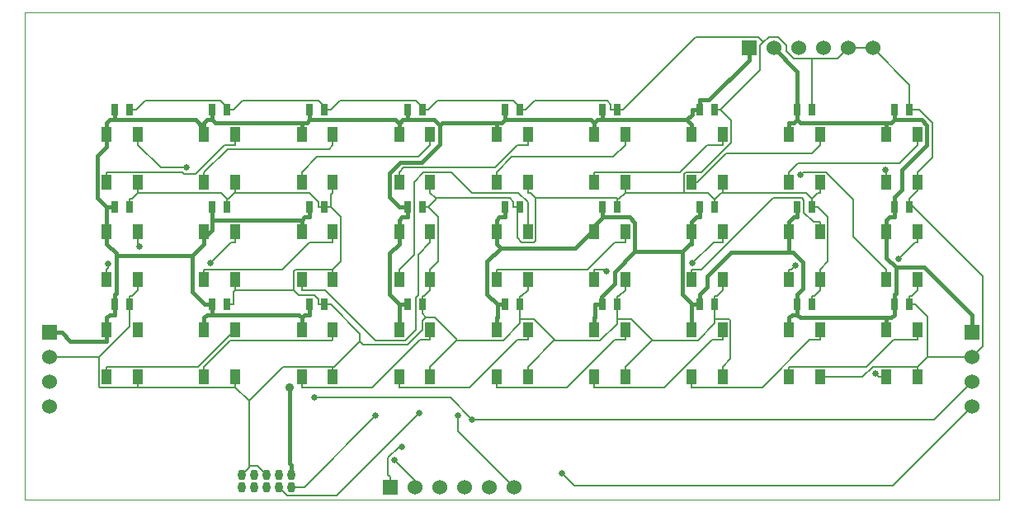
<source format=gbl>
G04 (created by PCBNEW (2013-07-07 BZR 4022)-stable) date 02/01/2016 16:19:00*
%MOIN*%
G04 Gerber Fmt 3.4, Leading zero omitted, Abs format*
%FSLAX34Y34*%
G01*
G70*
G90*
G04 APERTURE LIST*
%ADD10C,0.00590551*%
%ADD11C,0.00393701*%
%ADD12O,0.0315X0.0433*%
%ADD13R,0.06X0.06*%
%ADD14C,0.06*%
%ADD15R,0.025X0.045*%
%ADD16R,0.0393701X0.0590551*%
%ADD17C,0.025*%
%ADD18C,0.035*%
%ADD19C,0.008*%
%ADD20C,0.016*%
G04 APERTURE END LIST*
G54D10*
G54D11*
X39370Y0D02*
X0Y0D01*
X39370Y19685D02*
X39370Y0D01*
X0Y19685D02*
X39370Y19685D01*
X0Y0D02*
X0Y19685D01*
G54D12*
X10750Y1000D03*
X10750Y500D03*
X10250Y1000D03*
X10250Y500D03*
X9750Y1000D03*
X9750Y500D03*
X9250Y1000D03*
X9250Y500D03*
X8750Y1000D03*
X8750Y500D03*
G54D13*
X1000Y6750D03*
G54D14*
X1000Y5750D03*
X1000Y4750D03*
X1000Y3750D03*
G54D13*
X38250Y6750D03*
G54D14*
X38250Y5750D03*
X38250Y4750D03*
X38250Y3750D03*
G54D15*
X19385Y11811D03*
X19985Y11811D03*
X3637Y7874D03*
X4237Y7874D03*
X7574Y7874D03*
X8174Y7874D03*
X11511Y7874D03*
X12111Y7874D03*
X15448Y7874D03*
X16048Y7874D03*
X19385Y7874D03*
X19985Y7874D03*
X23322Y7874D03*
X23922Y7874D03*
X27259Y7874D03*
X27859Y7874D03*
X31196Y7874D03*
X31796Y7874D03*
X35133Y7874D03*
X35733Y7874D03*
X3637Y11811D03*
X4237Y11811D03*
X7574Y11811D03*
X8174Y11811D03*
X11511Y11811D03*
X12111Y11811D03*
X15448Y11811D03*
X16048Y11811D03*
X23322Y11811D03*
X23922Y11811D03*
X27259Y11811D03*
X27859Y11811D03*
X31196Y11811D03*
X31796Y11811D03*
X35133Y11811D03*
X35733Y11811D03*
X3637Y15748D03*
X4237Y15748D03*
X7574Y15748D03*
X8174Y15748D03*
X11511Y15748D03*
X12111Y15748D03*
X15448Y15748D03*
X16048Y15748D03*
X19385Y15748D03*
X19985Y15748D03*
X23322Y15748D03*
X23922Y15748D03*
X27259Y15748D03*
X27859Y15748D03*
X31196Y15748D03*
X31796Y15748D03*
X35133Y15748D03*
X35733Y15748D03*
G54D16*
X3307Y14744D03*
X3307Y12814D03*
X4566Y14744D03*
X4566Y12814D03*
X15118Y6870D03*
X15118Y4940D03*
X16377Y6870D03*
X16377Y4940D03*
X11181Y6870D03*
X11181Y4940D03*
X12440Y6870D03*
X12440Y4940D03*
X7244Y6870D03*
X7244Y4940D03*
X8503Y6870D03*
X8503Y4940D03*
X3307Y6870D03*
X3307Y4940D03*
X4566Y6870D03*
X4566Y4940D03*
X30866Y6870D03*
X30866Y4940D03*
X32125Y6870D03*
X32125Y4940D03*
X34803Y10807D03*
X34803Y8877D03*
X36062Y10807D03*
X36062Y8877D03*
X30866Y10807D03*
X30866Y8877D03*
X32125Y10807D03*
X32125Y8877D03*
X26929Y6870D03*
X26929Y4940D03*
X28188Y6870D03*
X28188Y4940D03*
X22992Y6870D03*
X22992Y4940D03*
X24251Y6870D03*
X24251Y4940D03*
X19055Y6870D03*
X19055Y4940D03*
X20314Y6870D03*
X20314Y4940D03*
X7244Y14744D03*
X7244Y12814D03*
X8503Y14744D03*
X8503Y12814D03*
X34803Y14744D03*
X34803Y12814D03*
X36062Y14744D03*
X36062Y12814D03*
X30866Y14744D03*
X30866Y12814D03*
X32125Y14744D03*
X32125Y12814D03*
X26929Y14744D03*
X26929Y12814D03*
X28188Y14744D03*
X28188Y12814D03*
X22992Y14744D03*
X22992Y12814D03*
X24251Y14744D03*
X24251Y12814D03*
X19055Y14744D03*
X19055Y12814D03*
X20314Y14744D03*
X20314Y12814D03*
X15118Y14744D03*
X15118Y12814D03*
X16377Y14744D03*
X16377Y12814D03*
X11181Y14744D03*
X11181Y12814D03*
X12440Y14744D03*
X12440Y12814D03*
X26929Y10807D03*
X26929Y8877D03*
X28188Y10807D03*
X28188Y8877D03*
X22992Y10807D03*
X22992Y8877D03*
X24251Y10807D03*
X24251Y8877D03*
X19055Y10807D03*
X19055Y8877D03*
X20314Y10807D03*
X20314Y8877D03*
X15118Y10807D03*
X15118Y8877D03*
X16377Y10807D03*
X16377Y8877D03*
X11181Y10807D03*
X11181Y8877D03*
X12440Y10807D03*
X12440Y8877D03*
X7244Y10807D03*
X7244Y8877D03*
X8503Y10807D03*
X8503Y8877D03*
X3307Y10807D03*
X3307Y8877D03*
X4566Y10807D03*
X4566Y8877D03*
X34803Y6870D03*
X34803Y4940D03*
X36062Y6870D03*
X36062Y4940D03*
G54D13*
X29250Y18250D03*
G54D14*
X30250Y18250D03*
X31250Y18250D03*
X32250Y18250D03*
X33250Y18250D03*
X34250Y18250D03*
G54D13*
X14750Y500D03*
G54D14*
X15750Y500D03*
X16750Y500D03*
X17750Y500D03*
X18750Y500D03*
X19750Y500D03*
G54D17*
X17488Y3387D03*
X14919Y1573D03*
X15234Y2125D03*
X21700Y1050D03*
X18078Y3234D03*
X11705Y4128D03*
X15932Y3500D03*
X14169Y3374D03*
X34768Y13323D03*
X34356Y5092D03*
X4630Y10219D03*
X3357Y9507D03*
X7487Y9541D03*
X23509Y9224D03*
X26971Y9545D03*
X31331Y13127D03*
X6531Y13409D03*
X31130Y9445D03*
X35301Y9719D03*
G54D18*
X10698Y4522D03*
G54D19*
X17488Y2761D02*
X17488Y3387D01*
X19750Y500D02*
X17488Y2761D01*
X15750Y743D02*
X14919Y1573D01*
X15750Y500D02*
X15750Y743D01*
X14750Y500D02*
X14750Y920D01*
X15124Y2125D02*
X15234Y2125D01*
X14674Y1675D02*
X15124Y2125D01*
X14674Y995D02*
X14674Y1675D01*
X14750Y920D02*
X14674Y995D01*
X21700Y1050D02*
X22200Y550D01*
X35050Y550D02*
X38250Y3750D01*
X22200Y550D02*
X35050Y550D01*
X36734Y3234D02*
X38250Y4750D01*
X18078Y3234D02*
X36734Y3234D01*
X17184Y4128D02*
X11705Y4128D01*
X18078Y3234D02*
X17184Y4128D01*
X10593Y156D02*
X10250Y500D01*
X12589Y156D02*
X10593Y156D01*
X15932Y3500D02*
X12589Y156D01*
X11295Y500D02*
X14169Y3374D01*
X10750Y500D02*
X11295Y500D01*
X4323Y8219D02*
X4237Y8219D01*
X4566Y8462D02*
X4323Y8219D01*
X4566Y8877D02*
X4566Y8462D01*
X4237Y7874D02*
X4237Y8219D01*
X24008Y8219D02*
X23922Y8219D01*
X24251Y8462D02*
X24008Y8219D01*
X27945Y8219D02*
X27859Y8219D01*
X28188Y8462D02*
X27945Y8219D01*
X28188Y8877D02*
X28188Y8462D01*
X27859Y7874D02*
X27859Y8219D01*
X24251Y12814D02*
X24251Y12399D01*
X31882Y8219D02*
X31796Y8219D01*
X32125Y8462D02*
X31882Y8219D01*
X31796Y7874D02*
X31796Y8219D01*
X35819Y8219D02*
X35733Y8219D01*
X36062Y8462D02*
X35819Y8219D01*
X36062Y8877D02*
X36062Y8462D01*
X20595Y16113D02*
X20230Y15748D01*
X23526Y16113D02*
X20595Y16113D01*
X23676Y15962D02*
X23526Y16113D01*
X23676Y15748D02*
X23676Y15962D01*
X23922Y15748D02*
X23676Y15748D01*
X19985Y15748D02*
X20107Y15748D01*
X20107Y15748D02*
X20230Y15748D01*
X16658Y16113D02*
X16293Y15748D01*
X19742Y16113D02*
X16658Y16113D01*
X20107Y15748D02*
X19742Y16113D01*
X16048Y15748D02*
X16170Y15748D01*
X16170Y15748D02*
X16293Y15748D01*
X12721Y16113D02*
X12356Y15748D01*
X15805Y16113D02*
X12721Y16113D01*
X16170Y15748D02*
X15805Y16113D01*
X36062Y12814D02*
X36062Y12607D01*
X36062Y12486D02*
X35733Y12156D01*
X36062Y12607D02*
X36062Y12486D01*
X27859Y11811D02*
X27859Y12126D01*
X23922Y11811D02*
X23922Y12126D01*
X35733Y7874D02*
X35733Y8219D01*
X20071Y8219D02*
X20314Y8462D01*
X19985Y8219D02*
X20071Y8219D01*
X20314Y8877D02*
X20314Y8462D01*
X35733Y11811D02*
X35733Y11983D01*
X35733Y11983D02*
X35733Y12156D01*
X19985Y7874D02*
X19985Y8046D01*
X19985Y8046D02*
X19985Y8219D01*
X24251Y8877D02*
X24251Y8462D01*
X23922Y8046D02*
X23922Y8219D01*
X23922Y8046D02*
X23922Y7874D01*
X32125Y8670D02*
X32125Y8462D01*
X12440Y8877D02*
X12440Y9293D01*
X16377Y12814D02*
X16377Y12399D01*
X16048Y11811D02*
X16293Y11811D01*
X36062Y4940D02*
X36062Y5356D01*
X33834Y4940D02*
X32125Y4940D01*
X34249Y5356D02*
X33834Y4940D01*
X36062Y5356D02*
X34249Y5356D01*
X16134Y8219D02*
X16048Y8219D01*
X16377Y8462D02*
X16134Y8219D01*
X16377Y8877D02*
X16377Y8462D01*
X16048Y7874D02*
X16048Y8219D01*
X16048Y7874D02*
X16048Y7528D01*
X16377Y8877D02*
X16377Y9293D01*
X16694Y9610D02*
X16377Y9293D01*
X16694Y11409D02*
X16694Y9610D01*
X16293Y11811D02*
X16694Y11409D01*
X36062Y12814D02*
X36062Y13230D01*
X35733Y16766D02*
X34250Y18250D01*
X35733Y15748D02*
X35733Y16766D01*
X36660Y13828D02*
X36062Y13230D01*
X36660Y15229D02*
X36660Y13828D01*
X36141Y15748D02*
X36660Y15229D01*
X35733Y15748D02*
X36141Y15748D01*
X8503Y12814D02*
X8503Y12439D01*
X12111Y11811D02*
X11865Y11811D01*
X16377Y4940D02*
X16377Y5356D01*
X17437Y6415D02*
X16377Y5356D01*
X17437Y6434D02*
X17437Y6415D01*
X24251Y4940D02*
X24251Y5356D01*
X26612Y12399D02*
X24251Y12399D01*
X27859Y15748D02*
X28104Y15748D01*
X28528Y15323D02*
X28104Y15748D01*
X28528Y14414D02*
X28528Y15323D01*
X27344Y13230D02*
X28528Y14414D01*
X26682Y13230D02*
X27344Y13230D01*
X26612Y13159D02*
X26682Y13230D01*
X26612Y12399D02*
X26612Y13159D01*
X23922Y15748D02*
X24167Y15748D01*
X27109Y18690D02*
X24167Y15748D01*
X29617Y18690D02*
X27109Y18690D01*
X29830Y18477D02*
X29617Y18690D01*
X29693Y17337D02*
X28104Y15748D01*
X29693Y18340D02*
X29693Y17337D01*
X29830Y18477D02*
X29693Y18340D01*
X32125Y8670D02*
X32125Y8877D01*
X32442Y11409D02*
X32041Y11811D01*
X32442Y9610D02*
X32442Y11409D01*
X32125Y9293D02*
X32442Y9610D01*
X32125Y8877D02*
X32125Y9293D01*
X31796Y11811D02*
X32041Y11811D01*
X8174Y7874D02*
X8419Y7874D01*
X12440Y4940D02*
X12440Y5356D01*
X13539Y6690D02*
X13539Y6388D01*
X12356Y7874D02*
X13539Y6690D01*
X12507Y5356D02*
X12440Y5356D01*
X13539Y6388D02*
X12507Y5356D01*
X8503Y4940D02*
X8503Y4525D01*
X9407Y1342D02*
X9750Y1000D01*
X9049Y1342D02*
X9407Y1342D01*
X9049Y1299D02*
X9049Y1342D01*
X8750Y1000D02*
X9049Y1299D01*
X10426Y5356D02*
X12440Y5356D01*
X9049Y3979D02*
X10426Y5356D01*
X9049Y1342D02*
X9049Y3979D01*
X23922Y7874D02*
X23922Y7286D01*
X19985Y7106D02*
X19985Y7287D01*
X19312Y6434D02*
X19985Y7106D01*
X17437Y6434D02*
X19312Y6434D01*
X19985Y7287D02*
X19985Y7874D01*
X20314Y4940D02*
X20314Y5356D01*
X21405Y6446D02*
X20314Y5356D01*
X20564Y7287D02*
X21405Y6446D01*
X19985Y7287D02*
X20564Y7287D01*
X23922Y7101D02*
X23922Y7286D01*
X23228Y6408D02*
X23922Y7101D01*
X21443Y6408D02*
X23228Y6408D01*
X21405Y6446D02*
X21443Y6408D01*
X25330Y6466D02*
X25330Y6434D01*
X24509Y7286D02*
X25330Y6466D01*
X23922Y7286D02*
X24509Y7286D01*
X25330Y6434D02*
X24251Y5356D01*
X28188Y4940D02*
X28188Y5356D01*
X28505Y5673D02*
X28188Y5356D01*
X28505Y7227D02*
X28505Y5673D01*
X28446Y7287D02*
X28505Y7227D01*
X27859Y7287D02*
X28446Y7287D01*
X27859Y7109D02*
X27859Y7287D01*
X27184Y6434D02*
X27859Y7109D01*
X25330Y6434D02*
X27184Y6434D01*
X27859Y7287D02*
X27859Y7874D01*
X34250Y18250D02*
X33250Y18250D01*
X31796Y15748D02*
X31796Y17829D01*
X32829Y17829D02*
X31796Y17829D01*
X33250Y18250D02*
X32829Y17829D01*
X30050Y18697D02*
X29830Y18477D01*
X30434Y18697D02*
X30050Y18697D01*
X30764Y18367D02*
X30434Y18697D01*
X30764Y18119D02*
X30764Y18367D01*
X31053Y17829D02*
X30764Y18119D01*
X31796Y17829D02*
X31053Y17829D01*
X38692Y6192D02*
X38250Y5750D01*
X38692Y9024D02*
X38692Y6192D01*
X35733Y11983D02*
X38692Y9024D01*
X35733Y7874D02*
X35978Y7874D01*
X36456Y7395D02*
X35978Y7874D01*
X36456Y5750D02*
X36456Y7395D01*
X38250Y5750D02*
X36456Y5750D01*
X36456Y5750D02*
X36062Y5356D01*
X12111Y11811D02*
X12356Y11811D01*
X12757Y11409D02*
X12356Y11811D01*
X12757Y9610D02*
X12757Y11409D01*
X12440Y9293D02*
X12757Y9610D01*
X12356Y12314D02*
X12356Y11811D01*
X12440Y12399D02*
X12356Y12314D01*
X12440Y12814D02*
X12440Y12399D01*
X4566Y4940D02*
X4566Y4525D01*
X9049Y3979D02*
X8503Y4525D01*
X8503Y4525D02*
X4566Y4525D01*
X3035Y4525D02*
X4566Y4525D01*
X2990Y4570D02*
X3035Y4525D01*
X2990Y5750D02*
X2990Y4570D01*
X1000Y5750D02*
X2990Y5750D01*
X4237Y6996D02*
X4237Y7874D01*
X2990Y5750D02*
X4237Y6996D01*
X23922Y12126D02*
X23922Y12156D01*
X24008Y12156D02*
X24251Y12399D01*
X23922Y12156D02*
X24008Y12156D01*
X16604Y12121D02*
X16604Y12173D01*
X16293Y11811D02*
X16604Y12121D01*
X16604Y12173D02*
X16377Y12399D01*
X19739Y12025D02*
X19739Y11811D01*
X19589Y12176D02*
X19739Y12025D01*
X16606Y12176D02*
X19589Y12176D01*
X16604Y12173D02*
X16606Y12176D01*
X20314Y12814D02*
X20314Y12399D01*
X19985Y11811D02*
X19884Y11811D01*
X19884Y11811D02*
X19739Y11811D01*
X23891Y12186D02*
X20635Y12186D01*
X23922Y12156D02*
X23891Y12186D01*
X20422Y12399D02*
X20635Y12186D01*
X20314Y12399D02*
X20422Y12399D01*
X19884Y10575D02*
X19884Y11811D01*
X20067Y10391D02*
X19884Y10575D01*
X20576Y10391D02*
X20067Y10391D01*
X20635Y10450D02*
X20576Y10391D01*
X20635Y12186D02*
X20635Y10450D01*
X12111Y7874D02*
X12356Y7874D01*
X8503Y8877D02*
X8503Y8502D01*
X12111Y7874D02*
X11865Y7874D01*
X8419Y8377D02*
X8503Y8462D01*
X8419Y7874D02*
X8419Y8377D01*
X8503Y8502D02*
X8503Y8462D01*
X13671Y6257D02*
X13539Y6388D01*
X15454Y6257D02*
X13671Y6257D01*
X16059Y6861D02*
X15454Y6257D01*
X16059Y7217D02*
X16059Y6861D01*
X16209Y7367D02*
X16059Y7217D01*
X16551Y7367D02*
X16209Y7367D01*
X17437Y6481D02*
X16551Y7367D01*
X17437Y6434D02*
X17437Y6481D01*
X16209Y7367D02*
X16048Y7528D01*
X8503Y8462D02*
X10856Y8462D01*
X11073Y8245D02*
X10856Y8462D01*
X11708Y8245D02*
X11073Y8245D01*
X11865Y8088D02*
X11708Y8245D01*
X11865Y7874D02*
X11865Y8088D01*
X10919Y9293D02*
X12440Y9293D01*
X10856Y9230D02*
X10919Y9293D01*
X10856Y8462D02*
X10856Y9230D01*
X8174Y11811D02*
X8174Y12156D01*
X8503Y12439D02*
X8503Y12434D01*
X11865Y12025D02*
X11865Y11811D01*
X11491Y12399D02*
X11865Y12025D01*
X8539Y12399D02*
X11491Y12399D01*
X8503Y12434D02*
X8539Y12399D01*
X4323Y12156D02*
X4237Y12156D01*
X4566Y12399D02*
X4323Y12156D01*
X4566Y12814D02*
X4566Y12399D01*
X4237Y11811D02*
X4237Y12156D01*
X8225Y12156D02*
X8174Y12156D01*
X8503Y12434D02*
X8225Y12156D01*
X7930Y12399D02*
X4566Y12399D01*
X8174Y12156D02*
X7930Y12399D01*
X12111Y15748D02*
X12233Y15748D01*
X12233Y15748D02*
X12356Y15748D01*
X8784Y16113D02*
X8419Y15748D01*
X11868Y16113D02*
X8784Y16113D01*
X12233Y15748D02*
X11868Y16113D01*
X8174Y15748D02*
X8296Y15748D01*
X8296Y15748D02*
X8419Y15748D01*
X4868Y16134D02*
X4482Y15748D01*
X7910Y16134D02*
X4868Y16134D01*
X8296Y15748D02*
X7910Y16134D01*
X4237Y15748D02*
X4482Y15748D01*
X31796Y11811D02*
X31796Y12156D01*
X32125Y12814D02*
X32125Y12399D01*
X28188Y12814D02*
X28188Y12399D01*
X27859Y12126D02*
X27859Y12127D01*
X27587Y12399D02*
X26612Y12399D01*
X27859Y12127D02*
X27587Y12399D01*
X28130Y12399D02*
X28188Y12399D01*
X27859Y12127D02*
X28130Y12399D01*
X32039Y12399D02*
X31796Y12156D01*
X32125Y12399D02*
X32039Y12399D01*
X31552Y12399D02*
X31796Y12156D01*
X28188Y12399D02*
X31552Y12399D01*
X34803Y12814D02*
X34803Y13230D01*
X34768Y13265D02*
X34768Y13323D01*
X34803Y13230D02*
X34768Y13265D01*
X36062Y6870D02*
X36062Y6454D01*
X30866Y4940D02*
X30866Y5356D01*
X34009Y5356D02*
X30866Y5356D01*
X35107Y6454D02*
X34009Y5356D01*
X36062Y6454D02*
X35107Y6454D01*
X31710Y6454D02*
X32125Y6454D01*
X29781Y4525D02*
X31710Y6454D01*
X26929Y4525D02*
X29781Y4525D01*
X26929Y4940D02*
X26929Y4525D01*
X32125Y6870D02*
X32125Y6454D01*
X34507Y4940D02*
X34356Y5092D01*
X34803Y4940D02*
X34507Y4940D01*
X4566Y10283D02*
X4566Y10807D01*
X4630Y10219D02*
X4566Y10283D01*
X7244Y8877D02*
X7244Y9293D01*
X12440Y10807D02*
X12440Y10391D01*
X10387Y9293D02*
X7244Y9293D01*
X11485Y10391D02*
X10387Y9293D01*
X12440Y10391D02*
X11485Y10391D01*
X3357Y9343D02*
X3357Y9507D01*
X3307Y9293D02*
X3357Y9343D01*
X8503Y10807D02*
X8503Y10391D01*
X3307Y8877D02*
X3307Y9293D01*
X8336Y10391D02*
X7487Y9541D01*
X8503Y10391D02*
X8336Y10391D01*
X16377Y10807D02*
X16377Y10391D01*
X11181Y8877D02*
X11181Y8462D01*
X12114Y8462D02*
X11181Y8462D01*
X14153Y6423D02*
X12114Y8462D01*
X15365Y6423D02*
X14153Y6423D01*
X15784Y6842D02*
X15365Y6423D01*
X15784Y8140D02*
X15784Y6842D01*
X15887Y8244D02*
X15784Y8140D01*
X15887Y9901D02*
X15887Y8244D01*
X16377Y10391D02*
X15887Y9901D01*
X6990Y5356D02*
X8503Y6870D01*
X3307Y5356D02*
X6990Y5356D01*
X3307Y4940D02*
X3307Y5356D01*
X11181Y4940D02*
X11181Y4525D01*
X16377Y6870D02*
X16377Y6454D01*
X15962Y6454D02*
X16377Y6454D01*
X14033Y4525D02*
X15962Y6454D01*
X11181Y4525D02*
X14033Y4525D01*
X12409Y6423D02*
X12440Y6454D01*
X8311Y6423D02*
X12409Y6423D01*
X7244Y5356D02*
X8311Y6423D01*
X7244Y4940D02*
X7244Y5356D01*
X12440Y6870D02*
X12440Y6454D01*
X27773Y6454D02*
X28188Y6454D01*
X25844Y4525D02*
X27773Y6454D01*
X22992Y4525D02*
X25844Y4525D01*
X22992Y4940D02*
X22992Y4525D01*
X28188Y6870D02*
X28188Y6454D01*
X23836Y6454D02*
X24251Y6454D01*
X21907Y4525D02*
X23836Y6454D01*
X19055Y4525D02*
X21907Y4525D01*
X19055Y4940D02*
X19055Y4525D01*
X24251Y6870D02*
X24251Y6454D01*
X17970Y4525D02*
X15118Y4525D01*
X19899Y6454D02*
X17970Y4525D01*
X20314Y6454D02*
X19899Y6454D01*
X20314Y6870D02*
X20314Y6454D01*
X15118Y4940D02*
X15118Y4525D01*
X15898Y13849D02*
X16377Y14328D01*
X11800Y13849D02*
X15898Y13849D01*
X11181Y13230D02*
X11800Y13849D01*
X16377Y14744D02*
X16377Y14328D01*
X11181Y12814D02*
X11181Y13230D01*
X15297Y13409D02*
X15118Y13230D01*
X18980Y13409D02*
X15297Y13409D01*
X19899Y14328D02*
X18980Y13409D01*
X20314Y14328D02*
X19899Y14328D01*
X20314Y14744D02*
X20314Y14328D01*
X15118Y12814D02*
X15118Y13230D01*
X22992Y12814D02*
X22992Y13230D01*
X28188Y14744D02*
X28188Y14328D01*
X26456Y13230D02*
X22992Y13230D01*
X27554Y14328D02*
X26456Y13230D01*
X28188Y14328D02*
X27554Y14328D01*
X23772Y13849D02*
X24251Y14328D01*
X19674Y13849D02*
X23772Y13849D01*
X19055Y13230D02*
X19674Y13849D01*
X24251Y14744D02*
X24251Y14328D01*
X19055Y12814D02*
X19055Y13230D01*
X8182Y14168D02*
X7244Y13230D01*
X12280Y14168D02*
X8182Y14168D01*
X12440Y14328D02*
X12280Y14168D01*
X12440Y14744D02*
X12440Y14328D01*
X7244Y12814D02*
X7244Y13230D01*
X32125Y14744D02*
X32125Y14328D01*
X31791Y13994D02*
X32125Y14328D01*
X28335Y13994D02*
X31791Y13994D01*
X27155Y12814D02*
X28335Y13994D01*
X26929Y12814D02*
X27155Y12814D01*
X30866Y12814D02*
X30866Y13230D01*
X36062Y14744D02*
X36062Y14328D01*
X31217Y13582D02*
X30866Y13230D01*
X35316Y13582D02*
X31217Y13582D01*
X36062Y14328D02*
X35316Y13582D01*
X31848Y11222D02*
X32125Y11222D01*
X31478Y11592D02*
X31848Y11222D01*
X31478Y12079D02*
X31478Y11592D01*
X31381Y12176D02*
X31478Y12079D01*
X30227Y12176D02*
X31381Y12176D01*
X27344Y9293D02*
X30227Y12176D01*
X26929Y9293D02*
X27344Y9293D01*
X26929Y8877D02*
X26929Y9293D01*
X32125Y10807D02*
X32125Y11222D01*
X20314Y12004D02*
X20314Y10807D01*
X19919Y12399D02*
X20314Y12004D01*
X18057Y12399D02*
X19919Y12399D01*
X17226Y13230D02*
X18057Y12399D01*
X16107Y13230D02*
X17226Y13230D01*
X15713Y12835D02*
X16107Y13230D01*
X15713Y9888D02*
X15713Y12835D01*
X15118Y9293D02*
X15713Y9888D01*
X15118Y8877D02*
X15118Y9293D01*
X23440Y9293D02*
X23509Y9224D01*
X22992Y9293D02*
X23440Y9293D01*
X28188Y10807D02*
X28188Y10391D01*
X22992Y8877D02*
X22992Y9293D01*
X27817Y10391D02*
X26971Y9545D01*
X28188Y10391D02*
X27817Y10391D01*
X23836Y10391D02*
X24251Y10391D01*
X22738Y9293D02*
X23836Y10391D01*
X19055Y9293D02*
X22738Y9293D01*
X19055Y8877D02*
X19055Y9293D01*
X24251Y10807D02*
X24251Y10391D01*
X31434Y13230D02*
X31331Y13127D01*
X32373Y13230D02*
X31434Y13230D01*
X33477Y12126D02*
X32373Y13230D01*
X33477Y10618D02*
X33477Y12126D01*
X34803Y9293D02*
X33477Y10618D01*
X5486Y13409D02*
X4566Y14328D01*
X6531Y13409D02*
X5486Y13409D01*
X4566Y14744D02*
X4566Y14328D01*
X34803Y8877D02*
X34803Y9293D01*
X8503Y14744D02*
X8503Y14328D01*
X3307Y12814D02*
X3307Y13230D01*
X8053Y14328D02*
X8503Y14328D01*
X6888Y13164D02*
X8053Y14328D01*
X6429Y13164D02*
X6888Y13164D01*
X6363Y13230D02*
X6429Y13164D01*
X3307Y13230D02*
X6363Y13230D01*
X30978Y9293D02*
X31130Y9445D01*
X30866Y9293D02*
X30978Y9293D01*
X36062Y10807D02*
X36062Y10391D01*
X30866Y8877D02*
X30866Y9293D01*
X35973Y10391D02*
X35301Y9719D01*
X36062Y10391D02*
X35973Y10391D01*
G54D20*
X35133Y7874D02*
X35133Y7468D01*
X7574Y11811D02*
X7574Y11405D01*
X15448Y11811D02*
X15448Y11405D01*
X19178Y11405D02*
X19385Y11405D01*
X19055Y11282D02*
X19178Y11405D01*
X19055Y10807D02*
X19055Y11282D01*
X19385Y11811D02*
X19385Y11405D01*
X27259Y11811D02*
X27259Y11405D01*
X11511Y15748D02*
X11511Y15342D01*
X23322Y15748D02*
X23322Y15342D01*
X7367Y15342D02*
X7574Y15342D01*
X7244Y15219D02*
X7367Y15342D01*
X7574Y15748D02*
X7574Y15342D01*
X31196Y11811D02*
X31196Y11405D01*
X35133Y7874D02*
X35133Y8279D01*
X30989Y7468D02*
X31196Y7468D01*
X30866Y7345D02*
X30989Y7468D01*
X30866Y6870D02*
X30866Y7345D01*
X31196Y7874D02*
X31196Y7468D01*
X3637Y15748D02*
X3637Y15342D01*
X27633Y16153D02*
X27259Y16153D01*
X29250Y17769D02*
X27633Y16153D01*
X29250Y18250D02*
X29250Y17769D01*
X27259Y15748D02*
X27259Y16153D01*
X26929Y14744D02*
X26929Y15154D01*
X22992Y14744D02*
X22992Y15154D01*
X15118Y14744D02*
X15118Y15154D01*
X11181Y14744D02*
X11181Y15154D01*
X11387Y15219D02*
X11511Y15342D01*
X11181Y15219D02*
X11387Y15219D01*
X11181Y15154D02*
X11181Y15219D01*
X7697Y15219D02*
X7574Y15342D01*
X11181Y15219D02*
X7697Y15219D01*
X7244Y14744D02*
X7244Y14981D01*
X7244Y14981D02*
X7244Y15219D01*
X34926Y11405D02*
X34803Y11282D01*
X35133Y11405D02*
X34926Y11405D01*
X34803Y10807D02*
X34803Y11282D01*
X35133Y11811D02*
X35133Y11405D01*
X31054Y11405D02*
X31196Y11405D01*
X30866Y11217D02*
X31054Y11405D01*
X27117Y11405D02*
X27259Y11405D01*
X26929Y11217D02*
X27117Y11405D01*
X30866Y10979D02*
X30866Y11217D01*
X30866Y10979D02*
X30866Y10807D01*
X30866Y10807D02*
X30866Y10331D01*
X31196Y7874D02*
X31196Y8279D01*
X34803Y6870D02*
X34803Y7280D01*
X35009Y7345D02*
X35133Y7468D01*
X34803Y7345D02*
X35009Y7345D01*
X34803Y7280D02*
X34803Y7345D01*
X31319Y7345D02*
X31196Y7468D01*
X34803Y7345D02*
X31319Y7345D01*
X15118Y11044D02*
X15118Y11282D01*
X36326Y9378D02*
X35190Y9378D01*
X38250Y7454D02*
X36326Y9378D01*
X38250Y6750D02*
X38250Y7454D01*
X35190Y8336D02*
X35133Y8279D01*
X35190Y9378D02*
X35190Y8336D01*
X34803Y10807D02*
X34803Y10331D01*
X3637Y11811D02*
X3484Y11811D01*
X3307Y14744D02*
X3307Y14268D01*
X3307Y14744D02*
X3307Y15219D01*
X3637Y15342D02*
X3637Y15342D01*
X6883Y15342D02*
X3637Y15342D01*
X7244Y14981D02*
X6883Y15342D01*
X3430Y15342D02*
X3307Y15219D01*
X3637Y15342D02*
X3430Y15342D01*
X15241Y11405D02*
X15448Y11405D01*
X15118Y11282D02*
X15241Y11405D01*
X23016Y7370D02*
X23016Y7874D01*
X22992Y7345D02*
X23016Y7370D01*
X22992Y6870D02*
X22992Y7345D01*
X26929Y11012D02*
X26929Y11217D01*
X27259Y7874D02*
X26953Y7874D01*
X35133Y15748D02*
X35133Y15342D01*
X3307Y11811D02*
X3484Y11811D01*
X2930Y12187D02*
X3307Y11811D01*
X2930Y13891D02*
X2930Y12187D01*
X3307Y14268D02*
X2930Y13891D01*
X34803Y9765D02*
X34803Y10331D01*
X35190Y9378D02*
X34803Y9765D01*
X11304Y11405D02*
X11181Y11282D01*
X11511Y11405D02*
X11304Y11405D01*
X11181Y10807D02*
X11181Y11282D01*
X11511Y11608D02*
X11511Y11405D01*
X15118Y15154D02*
X15118Y15187D01*
X14962Y15342D02*
X11511Y15342D01*
X15118Y15187D02*
X14962Y15342D01*
X15274Y15342D02*
X15448Y15342D01*
X15118Y15187D02*
X15274Y15342D01*
X15448Y15748D02*
X15448Y15342D01*
X27259Y7874D02*
X27259Y8279D01*
X30866Y9988D02*
X30866Y10331D01*
X31038Y9988D02*
X30866Y9988D01*
X31435Y9592D02*
X31038Y9988D01*
X31435Y8518D02*
X31435Y9592D01*
X31196Y8279D02*
X31435Y8518D01*
X27553Y8573D02*
X27259Y8279D01*
X27553Y9017D02*
X27553Y8573D01*
X28524Y9988D02*
X27553Y9017D01*
X30866Y9988D02*
X28524Y9988D01*
X26929Y7849D02*
X26953Y7874D01*
X26929Y6870D02*
X26929Y7849D01*
X26929Y11012D02*
X26929Y10807D01*
X26929Y10807D02*
X26929Y10331D01*
X3307Y11811D02*
X3307Y10807D01*
X3307Y10807D02*
X3307Y10331D01*
X3430Y7468D02*
X3307Y7345D01*
X3637Y7468D02*
X3430Y7468D01*
X3307Y6870D02*
X3307Y7345D01*
X3637Y7874D02*
X3637Y7468D01*
X3637Y7874D02*
X3637Y8279D01*
X10698Y1448D02*
X10698Y4522D01*
X10750Y1396D02*
X10698Y1448D01*
X10750Y1000D02*
X10750Y1396D01*
X7244Y6870D02*
X7244Y7345D01*
X11511Y11608D02*
X11511Y11811D01*
X15448Y11811D02*
X15142Y11811D01*
X35133Y11811D02*
X35133Y12216D01*
X34803Y14744D02*
X34803Y15219D01*
X35427Y12510D02*
X35133Y12216D01*
X35427Y13319D02*
X35427Y12510D01*
X36440Y14331D02*
X35427Y13319D01*
X36440Y15136D02*
X36440Y14331D01*
X36233Y15342D02*
X36440Y15136D01*
X35133Y15342D02*
X36233Y15342D01*
X19055Y14744D02*
X19055Y15219D01*
X16528Y15342D02*
X16759Y15111D01*
X15448Y15342D02*
X16528Y15342D01*
X14726Y12227D02*
X15142Y11811D01*
X14726Y13200D02*
X14726Y12227D01*
X15155Y13629D02*
X14726Y13200D01*
X16033Y13629D02*
X15155Y13629D01*
X16759Y14356D02*
X16033Y13629D01*
X16759Y15111D02*
X16759Y14356D01*
X22992Y15154D02*
X22992Y15219D01*
X23115Y15342D02*
X23322Y15342D01*
X22992Y15219D02*
X23115Y15342D01*
X22868Y15342D02*
X19385Y15342D01*
X22992Y15219D02*
X22868Y15342D01*
X19385Y15748D02*
X19385Y15342D01*
X16867Y15219D02*
X19055Y15219D01*
X16759Y15111D02*
X16867Y15219D01*
X19261Y15219D02*
X19385Y15342D01*
X19055Y15219D02*
X19261Y15219D01*
X23322Y11811D02*
X23322Y11405D01*
X23322Y11374D02*
X23322Y11405D01*
X22992Y11044D02*
X23322Y11374D01*
X23322Y7874D02*
X23280Y7874D01*
X23280Y7874D02*
X23016Y7874D01*
X26953Y15556D02*
X26953Y15748D01*
X26740Y15342D02*
X26953Y15556D01*
X23322Y15342D02*
X26740Y15342D01*
X26740Y15342D02*
X26929Y15154D01*
X27259Y15748D02*
X26953Y15748D01*
X3684Y9954D02*
X3684Y9846D01*
X3307Y10331D02*
X3684Y9954D01*
X3684Y8326D02*
X3637Y8279D01*
X3684Y9846D02*
X3684Y8326D01*
X7244Y10807D02*
X7244Y10569D01*
X7244Y10569D02*
X7244Y10331D01*
X7574Y10899D02*
X7574Y11282D01*
X7244Y10569D02*
X7574Y10899D01*
X7574Y11405D02*
X7574Y11282D01*
X7574Y11282D02*
X11181Y11282D01*
X7574Y7874D02*
X7268Y7874D01*
X6759Y8383D02*
X7268Y7874D01*
X6759Y9846D02*
X6759Y8383D01*
X3684Y9846D02*
X6759Y9846D01*
X6759Y9846D02*
X7244Y10331D01*
X7574Y7874D02*
X7574Y7533D01*
X11181Y6870D02*
X11181Y7345D01*
X7367Y7468D02*
X7244Y7345D01*
X7574Y7468D02*
X7367Y7468D01*
X7574Y7533D02*
X7574Y7468D01*
X11057Y7468D02*
X11181Y7345D01*
X7574Y7468D02*
X11057Y7468D01*
X11511Y7874D02*
X11511Y7468D01*
X11304Y7468D02*
X11511Y7468D01*
X11181Y7345D02*
X11304Y7468D01*
X22992Y10807D02*
X22992Y10925D01*
X22992Y10925D02*
X22992Y11044D01*
X19055Y10807D02*
X19055Y10331D01*
X31196Y15748D02*
X31196Y15342D01*
X34803Y15219D02*
X34803Y15219D01*
X35009Y15219D02*
X34803Y15219D01*
X35133Y15342D02*
X35009Y15219D01*
X31319Y15219D02*
X31196Y15342D01*
X34803Y15219D02*
X31319Y15219D01*
X31072Y15219D02*
X31196Y15342D01*
X30866Y15219D02*
X31072Y15219D01*
X30866Y14744D02*
X30866Y15219D01*
X1835Y6394D02*
X3307Y6394D01*
X1480Y6750D02*
X1835Y6394D01*
X3307Y6870D02*
X3307Y6394D01*
X1000Y6750D02*
X1480Y6750D01*
X31196Y17303D02*
X31196Y15748D01*
X30250Y18250D02*
X31196Y17303D01*
X15118Y11044D02*
X15118Y10807D01*
X14741Y8275D02*
X15142Y7874D01*
X14741Y9954D02*
X14741Y8275D01*
X15118Y10331D02*
X14741Y9954D01*
X15118Y10807D02*
X15118Y10331D01*
X15448Y7874D02*
X15142Y7874D01*
X15142Y7370D02*
X15142Y7874D01*
X15118Y7345D02*
X15142Y7370D01*
X15118Y6870D02*
X15118Y7345D01*
X19219Y10167D02*
X19055Y10331D01*
X22233Y10167D02*
X19219Y10167D01*
X22992Y10925D02*
X22233Y10167D01*
X18678Y8275D02*
X19079Y7874D01*
X18678Y9626D02*
X18678Y8275D01*
X19219Y10167D02*
X18678Y9626D01*
X19385Y7874D02*
X19079Y7874D01*
X19079Y7370D02*
X19079Y7874D01*
X19055Y7345D02*
X19079Y7370D01*
X19055Y6870D02*
X19055Y7345D01*
X26875Y10331D02*
X26552Y10008D01*
X26929Y10331D02*
X26875Y10331D01*
X26552Y8275D02*
X26953Y7874D01*
X26552Y10008D02*
X26552Y8275D01*
X23814Y9192D02*
X24630Y10008D01*
X23814Y8705D02*
X23814Y9192D01*
X23280Y8171D02*
X23814Y8705D01*
X23280Y7874D02*
X23280Y8171D01*
X26552Y10008D02*
X24630Y10008D01*
X24424Y11405D02*
X23322Y11405D01*
X24630Y11200D02*
X24424Y11405D01*
X24630Y10008D02*
X24630Y11200D01*
M02*

</source>
